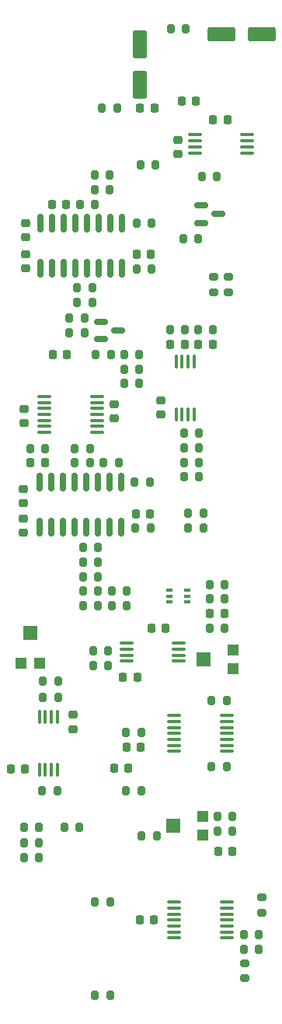
<source format=gbr>
%TF.GenerationSoftware,KiCad,Pcbnew,(6.0.9)*%
%TF.CreationDate,2023-02-25T22:16:02-08:00*%
%TF.ProjectId,kilter,6b696c74-6572-42e6-9b69-6361645f7063,rev?*%
%TF.SameCoordinates,Original*%
%TF.FileFunction,Paste,Bot*%
%TF.FilePolarity,Positive*%
%FSLAX46Y46*%
G04 Gerber Fmt 4.6, Leading zero omitted, Abs format (unit mm)*
G04 Created by KiCad (PCBNEW (6.0.9)) date 2023-02-25 22:16:02*
%MOMM*%
%LPD*%
G01*
G04 APERTURE LIST*
G04 Aperture macros list*
%AMRoundRect*
0 Rectangle with rounded corners*
0 $1 Rounding radius*
0 $2 $3 $4 $5 $6 $7 $8 $9 X,Y pos of 4 corners*
0 Add a 4 corners polygon primitive as box body*
4,1,4,$2,$3,$4,$5,$6,$7,$8,$9,$2,$3,0*
0 Add four circle primitives for the rounded corners*
1,1,$1+$1,$2,$3*
1,1,$1+$1,$4,$5*
1,1,$1+$1,$6,$7*
1,1,$1+$1,$8,$9*
0 Add four rect primitives between the rounded corners*
20,1,$1+$1,$2,$3,$4,$5,0*
20,1,$1+$1,$4,$5,$6,$7,0*
20,1,$1+$1,$6,$7,$8,$9,0*
20,1,$1+$1,$8,$9,$2,$3,0*%
G04 Aperture macros list end*
%ADD10RoundRect,0.200000X0.200000X0.275000X-0.200000X0.275000X-0.200000X-0.275000X0.200000X-0.275000X0*%
%ADD11RoundRect,0.100000X0.100000X-0.637500X0.100000X0.637500X-0.100000X0.637500X-0.100000X-0.637500X0*%
%ADD12R,1.200000X1.200000*%
%ADD13R,1.600000X1.500000*%
%ADD14RoundRect,0.200000X-0.200000X-0.275000X0.200000X-0.275000X0.200000X0.275000X-0.200000X0.275000X0*%
%ADD15RoundRect,0.225000X0.225000X0.250000X-0.225000X0.250000X-0.225000X-0.250000X0.225000X-0.250000X0*%
%ADD16RoundRect,0.250000X-1.250000X-0.550000X1.250000X-0.550000X1.250000X0.550000X-1.250000X0.550000X0*%
%ADD17RoundRect,0.250000X-0.550000X1.250000X-0.550000X-1.250000X0.550000X-1.250000X0.550000X1.250000X0*%
%ADD18RoundRect,0.225000X-0.250000X0.225000X-0.250000X-0.225000X0.250000X-0.225000X0.250000X0.225000X0*%
%ADD19RoundRect,0.225000X-0.225000X-0.250000X0.225000X-0.250000X0.225000X0.250000X-0.225000X0.250000X0*%
%ADD20RoundRect,0.225000X0.250000X-0.225000X0.250000X0.225000X-0.250000X0.225000X-0.250000X-0.225000X0*%
%ADD21R,0.650000X0.400000*%
%ADD22RoundRect,0.150000X-0.587500X-0.150000X0.587500X-0.150000X0.587500X0.150000X-0.587500X0.150000X0*%
%ADD23RoundRect,0.200000X0.275000X-0.200000X0.275000X0.200000X-0.275000X0.200000X-0.275000X-0.200000X0*%
%ADD24RoundRect,0.200000X-0.275000X0.200000X-0.275000X-0.200000X0.275000X-0.200000X0.275000X0.200000X0*%
%ADD25R,1.500000X1.600000*%
%ADD26RoundRect,0.100000X0.637500X0.100000X-0.637500X0.100000X-0.637500X-0.100000X0.637500X-0.100000X0*%
%ADD27RoundRect,0.150000X0.150000X-0.825000X0.150000X0.825000X-0.150000X0.825000X-0.150000X-0.825000X0*%
%ADD28RoundRect,0.100000X-0.100000X0.637500X-0.100000X-0.637500X0.100000X-0.637500X0.100000X0.637500X0*%
G04 APERTURE END LIST*
D10*
%TO.C,R7*%
X21589000Y-35331400D03*
X19939000Y-35331400D03*
%TD*%
D11*
%TO.C,U9*%
X6207400Y-93134100D03*
X5557400Y-93134100D03*
X4907400Y-93134100D03*
X4257400Y-93134100D03*
X4257400Y-87409100D03*
X4907400Y-87409100D03*
X5557400Y-87409100D03*
X6207400Y-87409100D03*
%TD*%
D12*
%TO.C,RV6*%
X4267200Y-81559400D03*
D13*
X3267200Y-78309400D03*
D12*
X2267200Y-81559400D03*
%TD*%
D14*
%TO.C,R1*%
X23583400Y-28575000D03*
X21933400Y-28575000D03*
%TD*%
%TO.C,R56*%
X15405600Y-100406200D03*
X17055600Y-100406200D03*
%TD*%
D15*
%TO.C,C25*%
X15291000Y-90741500D03*
X13741000Y-90741500D03*
%TD*%
%TO.C,C26*%
X13957500Y-92964000D03*
X12407500Y-92964000D03*
%TD*%
%TO.C,C29*%
X16751500Y-109537500D03*
X15201500Y-109537500D03*
%TD*%
%TO.C,C28*%
X25260500Y-102044500D03*
X23710500Y-102044500D03*
%TD*%
D16*
%TO.C,C1*%
X24066500Y-13081000D03*
X28466500Y-13081000D03*
%TD*%
D17*
%TO.C,C2*%
X15240000Y-14142000D03*
X15240000Y-18542000D03*
%TD*%
D15*
%TO.C,C3*%
X21285500Y-20320000D03*
X19735500Y-20320000D03*
%TD*%
%TO.C,C4*%
X16777000Y-21145500D03*
X15227000Y-21145500D03*
%TD*%
D14*
%TO.C,FB1*%
X18580500Y-12446000D03*
X20230500Y-12446000D03*
%TD*%
%TO.C,FB2*%
X11087500Y-21145500D03*
X12737500Y-21145500D03*
%TD*%
%TO.C,R48*%
X13716500Y-89090500D03*
X15366500Y-89090500D03*
%TD*%
D15*
%TO.C,C27*%
X2692400Y-93116400D03*
X1142400Y-93116400D03*
%TD*%
D18*
%TO.C,C24*%
X7899400Y-87185100D03*
X7899400Y-88735100D03*
%TD*%
D19*
%TO.C,C19*%
X16294500Y-65278000D03*
X14744500Y-65278000D03*
%TD*%
%TO.C,C21*%
X24397000Y-76174600D03*
X22847000Y-76174600D03*
%TD*%
D15*
%TO.C,C17*%
X3289000Y-59753500D03*
X4839000Y-59753500D03*
%TD*%
D19*
%TO.C,C12*%
X18529000Y-46863000D03*
X20079000Y-46863000D03*
%TD*%
D20*
%TO.C,C16*%
X2603500Y-53873000D03*
X2603500Y-55423000D03*
%TD*%
D15*
%TO.C,C5*%
X23177200Y-22428200D03*
X24727200Y-22428200D03*
%TD*%
D20*
%TO.C,C20*%
X2540000Y-65811000D03*
X2540000Y-67361000D03*
%TD*%
%TO.C,C15*%
X12446000Y-53390500D03*
X12446000Y-54940500D03*
%TD*%
D18*
%TO.C,C6*%
X19380200Y-26124200D03*
X19380200Y-24574200D03*
%TD*%
%TO.C,C18*%
X2540000Y-64173500D03*
X2540000Y-62623500D03*
%TD*%
D15*
%TO.C,C22*%
X16471500Y-77774800D03*
X18021500Y-77774800D03*
%TD*%
%TO.C,C23*%
X13372700Y-83058000D03*
X14922700Y-83058000D03*
%TD*%
D21*
%TO.C,Q2*%
X18455600Y-74919600D03*
X18455600Y-74269600D03*
X18455600Y-73619600D03*
X20355600Y-73619600D03*
X20355600Y-74269600D03*
X20355600Y-74919600D03*
%TD*%
D22*
%TO.C,Q1*%
X23721300Y-32664400D03*
X21846300Y-31714400D03*
X21846300Y-33614400D03*
%TD*%
D14*
%TO.C,R55*%
X2578500Y-99441000D03*
X4228500Y-99441000D03*
%TD*%
%TO.C,R57*%
X2578500Y-102743000D03*
X4228500Y-102743000D03*
%TD*%
%TO.C,R45*%
X4636000Y-83515200D03*
X6286000Y-83515200D03*
%TD*%
%TO.C,R47*%
X4649200Y-85267800D03*
X6299200Y-85267800D03*
%TD*%
D10*
%TO.C,R46*%
X24650200Y-85623400D03*
X23000200Y-85623400D03*
%TD*%
D14*
%TO.C,R49*%
X23000200Y-92837000D03*
X24650200Y-92837000D03*
%TD*%
D23*
%TO.C,R59*%
X28511500Y-108711500D03*
X28511500Y-107061500D03*
%TD*%
D24*
%TO.C,R63*%
X26606500Y-114237000D03*
X26606500Y-115887000D03*
%TD*%
D14*
%TO.C,R50*%
X13691000Y-95440500D03*
X15341000Y-95440500D03*
%TD*%
%TO.C,R60*%
X10325500Y-107569000D03*
X11975500Y-107569000D03*
%TD*%
%TO.C,R64*%
X10325500Y-117729000D03*
X11975500Y-117729000D03*
%TD*%
%TO.C,R35*%
X10667500Y-70548500D03*
X9017500Y-70548500D03*
%TD*%
D10*
%TO.C,R30*%
X20460200Y-65265300D03*
X22110200Y-65265300D03*
%TD*%
D14*
%TO.C,R41*%
X10667500Y-75285600D03*
X9017500Y-75285600D03*
%TD*%
D10*
%TO.C,R25*%
X3239000Y-58166000D03*
X4889000Y-58166000D03*
%TD*%
D14*
%TO.C,R20*%
X15138000Y-51117500D03*
X13488000Y-51117500D03*
%TD*%
D10*
%TO.C,R18*%
X13500500Y-49530000D03*
X15150500Y-49530000D03*
%TD*%
D14*
%TO.C,R40*%
X12129000Y-75285600D03*
X13779000Y-75285600D03*
%TD*%
%TO.C,R39*%
X10667500Y-73723500D03*
X9017500Y-73723500D03*
%TD*%
D10*
%TO.C,R31*%
X20460200Y-66840100D03*
X22110200Y-66840100D03*
%TD*%
D14*
%TO.C,R38*%
X12129000Y-73710800D03*
X13779000Y-73710800D03*
%TD*%
%TO.C,R34*%
X10667500Y-72136000D03*
X9017500Y-72136000D03*
%TD*%
D10*
%TO.C,R33*%
X9017500Y-68961000D03*
X10667500Y-68961000D03*
%TD*%
%TO.C,R36*%
X22797000Y-72999600D03*
X24447000Y-72999600D03*
%TD*%
D14*
%TO.C,R42*%
X24447000Y-77774800D03*
X22797000Y-77774800D03*
%TD*%
%TO.C,R32*%
X16344500Y-66865500D03*
X14694500Y-66865500D03*
%TD*%
D10*
%TO.C,R37*%
X22797000Y-74574400D03*
X24447000Y-74574400D03*
%TD*%
%TO.C,R28*%
X11240000Y-59753500D03*
X12890000Y-59753500D03*
%TD*%
%TO.C,R2*%
X15253200Y-27279600D03*
X16903200Y-27279600D03*
%TD*%
D14*
%TO.C,R29*%
X9778500Y-59753500D03*
X8128500Y-59753500D03*
%TD*%
D10*
%TO.C,R24*%
X8128500Y-58166000D03*
X9778500Y-58166000D03*
%TD*%
%TO.C,R17*%
X13500500Y-47942500D03*
X15150500Y-47942500D03*
%TD*%
D23*
%TO.C,R10*%
X23241000Y-39510200D03*
X23241000Y-41160200D03*
%TD*%
D10*
%TO.C,R6*%
X14821500Y-33655000D03*
X16471500Y-33655000D03*
%TD*%
D24*
%TO.C,R9*%
X24841200Y-41160200D03*
X24841200Y-39510200D03*
%TD*%
D14*
%TO.C,R27*%
X16281000Y-61849000D03*
X14631000Y-61849000D03*
%TD*%
%TO.C,R3*%
X11899500Y-28384500D03*
X10249500Y-28384500D03*
%TD*%
%TO.C,R4*%
X11899500Y-29972000D03*
X10249500Y-29972000D03*
%TD*%
D10*
%TO.C,R5*%
X8674500Y-31623000D03*
X10324500Y-31623000D03*
%TD*%
D14*
%TO.C,R14*%
X21527000Y-45275500D03*
X23177000Y-45275500D03*
%TD*%
D10*
%TO.C,R15*%
X18479000Y-45275500D03*
X20129000Y-45275500D03*
%TD*%
D12*
%TO.C,RV7*%
X25371200Y-80153000D03*
D25*
X22121200Y-81153000D03*
D12*
X25371200Y-82153000D03*
%TD*%
D26*
%TO.C,U8*%
X24643000Y-87267500D03*
X24643000Y-87917500D03*
X24643000Y-88567500D03*
X24643000Y-89217500D03*
X24643000Y-89867500D03*
X24643000Y-90517500D03*
X24643000Y-91167500D03*
X18918000Y-91167500D03*
X18918000Y-90517500D03*
X18918000Y-89867500D03*
X18918000Y-89217500D03*
X18918000Y-88567500D03*
X18918000Y-87917500D03*
X18918000Y-87267500D03*
%TD*%
%TO.C,U1*%
X26916300Y-24044000D03*
X26916300Y-24694000D03*
X26916300Y-25344000D03*
X26916300Y-25994000D03*
X21191300Y-25994000D03*
X21191300Y-25344000D03*
X21191300Y-24694000D03*
X21191300Y-24044000D03*
%TD*%
%TO.C,U7*%
X19474100Y-79390600D03*
X19474100Y-80040600D03*
X19474100Y-80690600D03*
X19474100Y-81340600D03*
X13749100Y-81340600D03*
X13749100Y-80690600D03*
X13749100Y-80040600D03*
X13749100Y-79390600D03*
%TD*%
D27*
%TO.C,U6*%
X13144500Y-66800500D03*
X11874500Y-66800500D03*
X10604500Y-66800500D03*
X9334500Y-66800500D03*
X8064500Y-66800500D03*
X6794500Y-66800500D03*
X5524500Y-66800500D03*
X4254500Y-66800500D03*
X4254500Y-61850500D03*
X5524500Y-61850500D03*
X6794500Y-61850500D03*
X8064500Y-61850500D03*
X9334500Y-61850500D03*
X10604500Y-61850500D03*
X11874500Y-61850500D03*
X13144500Y-61850500D03*
%TD*%
D22*
%TO.C,U3*%
X10939500Y-46305000D03*
X10939500Y-44405000D03*
X12814500Y-45355000D03*
%TD*%
D14*
%TO.C,R21*%
X21653000Y-56515000D03*
X20003000Y-56515000D03*
%TD*%
D10*
%TO.C,R19*%
X12039000Y-47942500D03*
X10389000Y-47942500D03*
%TD*%
D26*
%TO.C,U10*%
X24643000Y-107587500D03*
X24643000Y-108237500D03*
X24643000Y-108887500D03*
X24643000Y-109537500D03*
X24643000Y-110187500D03*
X24643000Y-110837500D03*
X24643000Y-111487500D03*
X18918000Y-111487500D03*
X18918000Y-110837500D03*
X18918000Y-110187500D03*
X18918000Y-109537500D03*
X18918000Y-108887500D03*
X18918000Y-108237500D03*
X18918000Y-107587500D03*
%TD*%
%TO.C,U5*%
X10546000Y-52533000D03*
X10546000Y-53183000D03*
X10546000Y-53833000D03*
X10546000Y-54483000D03*
X10546000Y-55133000D03*
X10546000Y-55783000D03*
X10546000Y-56433000D03*
X4821000Y-56433000D03*
X4821000Y-55783000D03*
X4821000Y-55133000D03*
X4821000Y-54483000D03*
X4821000Y-53833000D03*
X4821000Y-53183000D03*
X4821000Y-52533000D03*
%TD*%
D15*
%TO.C,C13*%
X7226500Y-47942500D03*
X5676500Y-47942500D03*
%TD*%
D19*
%TO.C,C9*%
X16421500Y-37020500D03*
X14871500Y-37020500D03*
%TD*%
D10*
%TO.C,R51*%
X6184400Y-95453200D03*
X4534400Y-95453200D03*
%TD*%
%TO.C,R53*%
X25310500Y-98234500D03*
X23660500Y-98234500D03*
%TD*%
%TO.C,R52*%
X25310500Y-99822000D03*
X23660500Y-99822000D03*
%TD*%
D12*
%TO.C,RV8*%
X22056500Y-98250500D03*
D25*
X18806500Y-99250500D03*
D12*
X22056500Y-100250500D03*
%TD*%
D10*
%TO.C,R11*%
X8357000Y-40703500D03*
X10007000Y-40703500D03*
%TD*%
D14*
%TO.C,R8*%
X16471500Y-38608000D03*
X14821500Y-38608000D03*
%TD*%
%TO.C,R13*%
X9181600Y-44005500D03*
X7531600Y-44005500D03*
%TD*%
%TO.C,R12*%
X10007000Y-42291000D03*
X8357000Y-42291000D03*
%TD*%
%TO.C,R26*%
X20003000Y-61277500D03*
X21653000Y-61277500D03*
%TD*%
D10*
%TO.C,R22*%
X20003000Y-58102500D03*
X21653000Y-58102500D03*
%TD*%
D14*
%TO.C,R23*%
X21653000Y-59690000D03*
X20003000Y-59690000D03*
%TD*%
D20*
%TO.C,C10*%
X2794000Y-37033000D03*
X2794000Y-38583000D03*
%TD*%
D18*
%TO.C,C8*%
X2794000Y-35217500D03*
X2794000Y-33667500D03*
%TD*%
D27*
%TO.C,U2*%
X13271500Y-38606500D03*
X12001500Y-38606500D03*
X10731500Y-38606500D03*
X9461500Y-38606500D03*
X8191500Y-38606500D03*
X6921500Y-38606500D03*
X5651500Y-38606500D03*
X4381500Y-38606500D03*
X4381500Y-33656500D03*
X5651500Y-33656500D03*
X6921500Y-33656500D03*
X8191500Y-33656500D03*
X9461500Y-33656500D03*
X10731500Y-33656500D03*
X12001500Y-33656500D03*
X13271500Y-33656500D03*
%TD*%
D15*
%TO.C,C7*%
X5613000Y-31623000D03*
X7163000Y-31623000D03*
%TD*%
D10*
%TO.C,R16*%
X7531600Y-45593000D03*
X9181600Y-45593000D03*
%TD*%
D14*
%TO.C,R58*%
X2578500Y-101092000D03*
X4228500Y-101092000D03*
%TD*%
D15*
%TO.C,C11*%
X21577000Y-46863000D03*
X23127000Y-46863000D03*
%TD*%
D20*
%TO.C,C14*%
X17526000Y-52946000D03*
X17526000Y-54496000D03*
%TD*%
D28*
%TO.C,U4*%
X19154500Y-48763000D03*
X19804500Y-48763000D03*
X20454500Y-48763000D03*
X21104500Y-48763000D03*
X21104500Y-54488000D03*
X20454500Y-54488000D03*
X19804500Y-54488000D03*
X19154500Y-54488000D03*
%TD*%
D10*
%TO.C,R61*%
X28193500Y-112712500D03*
X26543500Y-112712500D03*
%TD*%
%TO.C,R62*%
X28193500Y-111125000D03*
X26543500Y-111125000D03*
%TD*%
%TO.C,R54*%
X8636000Y-99441000D03*
X6986000Y-99441000D03*
%TD*%
D14*
%TO.C,R43*%
X11747000Y-80187800D03*
X10097000Y-80187800D03*
%TD*%
%TO.C,R44*%
X11747000Y-81813400D03*
X10097000Y-81813400D03*
%TD*%
M02*

</source>
